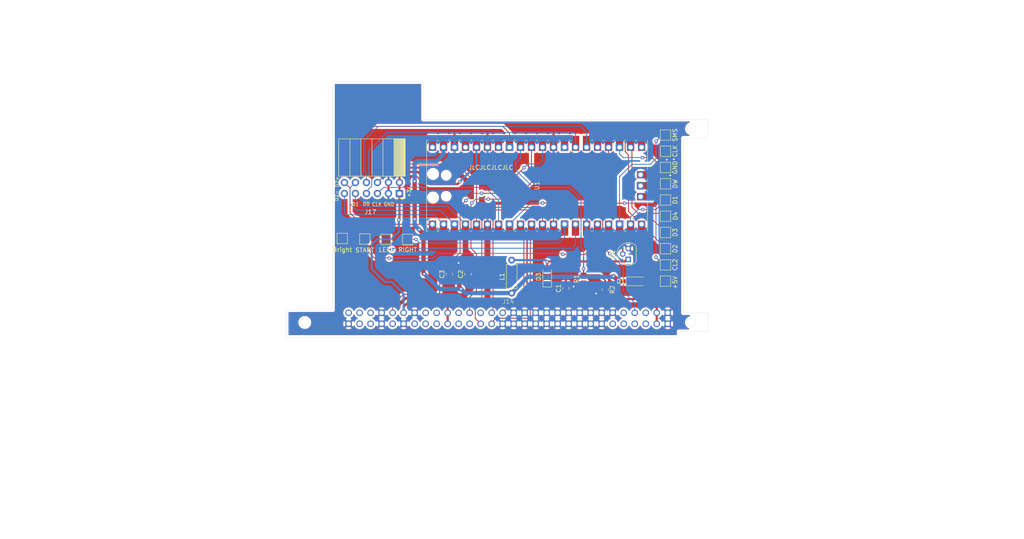
<source format=kicad_pcb>
(kicad_pcb (version 20240108) (generator "pcbnew") (generator_version "8.0")
  (layers (0 "F.Cu" signal "Front_Copper") (31 "B.Cu" signal "Back_Copper") (34 "B.Paste" user "Pasta traseira") (35 "F.Paste" user "Pasta frontal") (36 "B.SilkS" user "Serigrafia traseira") (37 "F.SilkS" user "Serigrafia frontal") (38 "B.Mask" user "Máscara traseira") (39 "F.Mask" user "Máscara frontal") (44 "Edge.Cuts" user "Cortes contorno"))
  (net 0 "")
  (net 1 "Net-(J1-Pin_1)")
  (net 2 "GND")
  (net 3 "HDMI_D2+")
  (net 4 "HDMI_D2-")
  (net 5 "HDMI_D1+")
  (net 6 "HDMI_D1-")
  (net 7 "HDMI_CLK+")
  (net 8 "HDMI_CLK-")
  (net 9 "LCD_D0")
  (net 10 "LCD_D1")
  (net 11 "LCD_D2")
  (net 12 "LCD_D3")
  (net 13 "LED_PIN")
  (net 18 "unconnected-(U1-GND-Pad42)")
  (net 20 "Net-(J2-Pin_1)")
  (net 21 "Net-(J3-Pin_1)")
  (net 22 "Net-(J4-Pin_1)")
  (net 23 "Net-(J5-Pin_1)")
  (net 24 "Net-(J6-Pin_1)")
  (net 25 "Net-(J7-Pin_1)")
  (net 26 "Net-(J8-Pin_1)")
  (net 27 "Net-(J9-Pin_1)")
  (net 28 "HDMI_D0+")
  (net 29 "HDMI_D0-")
  (net 30 "LCD_DEN")
  (net 31 "LCD_CLK")
  (net 32 "LCD_RST")
  (net 39 "+3V3")
  (net 53 "LCD_VSync")
  (net 54 "LCD_HSync")
  (net 55 "+20V")
  (net 56 "+5V")
  (net 57 "LCD_Backlight")
  (net 58 "Net-(J10-Pin_1)")
  (net 59 "Net-(J11-Pin_1)")
  (net 60 "Net-(J12-Pin_1)")
  (net 65 "Net-(D3-A)")
  (net 66 "FDBCK")
  (net 67 "Net-(D1-A)")
  (footprint "MCU_RaspberryPi_and_Boards:RPi_Pico_SMD_TH" (layer "F.Cu") (at 154.25 78.01 90)
    (property "Reference" "U1")
    (property "Value" "ChinaPico")
  )
  (footprint "TestPoint:TestPoint_Pad_2.0x2.0mm" (layer "F.Cu") (at 183.9 73.8)
    (property "Reference" "J16" (hide yes))
    (property "Value" "GND")
  )
  (footprint "Package_TO_SOT_THT:TO-92" (layer "F.Cu") (at 175.3 95.04 90)
    (property "Reference" "Q2")
    (property "Value" "2N2222")
  )
  (footprint "TestPoint:TestPoint_Pad_2.0x2.0mm" (layer "F.Cu") (at 183.9 85.05)
    (property "Reference" "J5" (hide yes))
    (property "Value" "D4")
  )
  (footprint "Diode_SMD:D_SOD-123" (layer "F.Cu") (at 156.6 99.05 90)
    (property "Reference" "D3")
    (property "Value" "D")
  )
  (footprint "GG_LCD:FPC_60_Adapter" (layer "F.Cu") (at 147.59 108.63 180)
    (property "Reference" "J14")
    (property "Value" "Conn_01x60" (hide yes))
  )
  (footprint "TestPoint:TestPoint_Pad_2.0x2.0mm" (layer "F.Cu") (at 183.9 88.8)
    (property "Reference" "J4" (hide yes))
    (property "Value" "D3")
  )
  (footprint "TestPoint:TestPoint_Pad_2.0x2.0mm" (layer "F.Cu") (at 183.9 70.05)
    (property "Reference" "J8" (hide yes))
    (property "Value" "CLK")
  )
  (footprint "Resistor_SMD:R_0805_2012Metric" (layer "F.Cu") (at 170 102.0125 -90)
    (property "Reference" "R2")
    (property "Value" "10k")
  )
  (footprint "Inductor_THT:L_Axial_L5.3mm_D2.2mm_P7.62mm_Horizontal_Vishay_IM-1" (layer "F.Cu") (at 148.4 102.81 90)
    (property "Reference" "L1")
    (property "Value" "470u")
  )
  (footprint "TestPoint:TestPoint_Pad_2.0x2.0mm" (layer "F.Cu") (at 183.9 81.3)
    (property "Reference" "J2" (hide yes))
    (property "Value" "D1")
  )
  (footprint "TestPoint:TestPoint_Pad_2.0x2.0mm" (layer "F.Cu") (at 109.3 90.2)
    (property "Reference" "J1" (hide yes))
    (property "Value" "Bright")
  )
  (footprint "Capacitor_SMD:C_0805_2012Metric" (layer "F.Cu") (at 134 98.45 90)
    (property "Reference" "C3")
    (property "Value" "22u")
  )
  (footprint "TestPoint:TestPoint_Pad_2.0x2.0mm" (layer "F.Cu") (at 119.4 90.4 180)
    (property "Reference" "J10" (hide yes))
    (property "Value" "LEFT")
  )
  (footprint "Capacitor_SMD:C_0805_2012Metric" (layer "F.Cu") (at 160.9 101.7 90)
    (property "Reference" "C1")
    (property "Value" "100n")
  )
  (footprint "TestPoint:TestPoint_Pad_2.0x2.0mm" (layer "F.Cu") (at 183.9 77.55)
    (property "Reference" "J7" (hide yes))
    (property "Value" "DW")
  )
  (footprint "TestPoint:TestPoint_Pad_2.0x2.0mm" (layer "F.Cu") (at 183.9 66.3)
    (property "Reference" "J9" (hide yes))
    (property "Value" "SMS")
  )
  (footprint "TestPoint:TestPoint_Pad_2.0x2.0mm" (layer "F.Cu") (at 114.5 90.3)
    (property "Reference" "J12" (hide yes))
    (property "Value" "START")
  )
  (footprint "Capacitor_SMD:C_0805_2012Metric" (layer "F.Cu") (at 138.3 98.45 90)
    (property "Reference" "C2")
    (property "Value" "100u")
  )
  (footprint "Resistor_SMD:R_0805_2012Metric" (layer "F.Cu") (at 165 99.5125 90)
    (property "Reference" "R1")
    (property "Value" "100k")
  )
  (footprint "TestPoint:TestPoint_Pad_2.0x2.0mm" (layer "F.Cu") (at 183.9 96.3)
    (property "Reference" "J6" (hide yes))
    (property "Value" "CL2")
  )
  (footprint "TestPoint:TestPoint_Pad_2.0x2.0mm" (layer "F.Cu") (at 183.9 100.05)
    (property "Reference" "J15" (hide yes))
    (property "Value" "+5V")
  )
  (footprint "Connector_PinSocket_2.54mm:PinSocket_2x06_P2.54mm_Horizontal" (layer "F.Cu") (at 122.5 79.8 -90)
    (property "Reference" "J17")
    (property "Value" "Conn_02x06_Odd_Even")
  )
  (footprint "TestPoint:TestPoint_Pad_2.0x2.0mm" (layer "F.Cu") (at 124.4 90.4 180)
    (property "Reference" "J11" (hide yes))
    (property "Value" "RIGHT")
  )
  (footprint "Diode_SMD:D_SOD-123" (layer "F.Cu") (at 177.15 100.1)
    (property "Reference" "D1")
    (property "Value" "D_Schottky")
  )
  (footprint "TestPoint:TestPoint_Pad_2.0x2.0mm" (layer "F.Cu") (at 183.9 92.55)
    (property "Reference" "J3" (hide yes))
    (property "Value" "D2")
  )
  (gr_line (start 193.65 111.7) (end 193.65 107.4) (stroke (width 0.05)) (layer "Edge.Cuts"))
  (gr_circle (center 189.9 109.6) (end 190.9 109.6) (stroke (width 0.05)) (fill none) (layer "Edge.Cuts"))
  (gr_line (start 128 54) (end 128 62.7) (stroke (width 0.05)) (layer "Edge.Cuts"))
  (gr_circle (center 100.65 109.6) (end 101.65 109.6) (stroke (width 0.05)) (fill none) (layer "Edge.Cuts"))
  (gr_line (start 107.1 54) (end 128 54) (stroke (width 0.05)) (layer "Edge.Cuts"))
  (gr_line (start 188 107.4) (end 188 67) (stroke (width 0.05)) (layer "Edge.Cuts"))
  (gr_circle (center 189.9 64.85) (end 190.9 64.85) (stroke (width 0.05)) (fill none) (layer "Edge.Cuts"))
  (gr_line (start 187 111.7) (end 193.65 111.7) (stroke (width 0.05)) (layer "Edge.Cuts"))
  (gr_line (start 188 67) (end 193.65 67) (stroke (width 0.05)) (layer "Edge.Cuts"))
  (gr_line (start 193.65 107.4) (end 188 107.4) (stroke (width 0.05)) (layer "Edge.Cuts"))
  (gr_line (start 96.4 106.7) (end 96.4 113) (stroke (width 0.05)) (layer "Edge.Cuts"))
  (gr_line (start 96.4 113) (end 187 113) (stroke (width 0.05)) (layer "Edge.Cuts"))
  (gr_line (start 187 111.7) (end 187 113) (stroke (width 0.05)) (layer "Edge.Cuts"))
  (gr_line (start 128 62.7) (end 193.65 62.7) (stroke (width 0.05)) (layer "Edge.Cuts"))
  (gr_line (start 107.1 106.7) (end 107.1 54) (stroke (width 0.05)) (layer "Edge.Cuts"))
  (gr_line (start 107.1 106.7) (end 96.4 106.7) (stroke (width 0.05)) (layer "Edge.Cuts"))
  (gr_line (start 193.65 67) (end 193.65 62.7) (stroke (width 0.05)) (layer "Edge.Cuts"))
  (gr_text "+3V\n" (at 125.18 80.76 90) (layer "F.SilkS") (effects (font (size 0.8 0.8) (thickness 0.125)) (justify left bottom)))
  (gr_text "D2+" (at 108.58 78.46 90) (layer "F.SilkS") (effects (font (size 0.8 0.8) (thickness 0.125)) (justify left bottom)))
  (gr_text "D0\n" (at 113.98 82.66 0) (layer "F.SilkS") (effects (font (size 0.8 0.8) (thickness 0.125)) (justify left bottom)))
  (gr_text "D1\n" (at 111.48 82.76 0) (layer "F.SilkS") (effects (font (size 0.8 0.8) (thickness 0.125)) (justify left bottom)))
  (gr_text "JLCJLCJLCJLC" (at 143.6 73.8 0) (layer "F.SilkS") (effects (font (size 1 1))))
  (gr_text "GND\n" (at 118.78 82.76 0) (layer "F.SilkS") (effects (font (size 0.8 0.8) (thickness 0.125)) (justify left bottom)))
  (gr_text "D2-" (at 108.48 81.66 90) (layer "F.SilkS") (effects (font (size 0.8 0.8) (thickness 0.125)) (justify left bottom)))
  (gr_text "CLK" (at 116.08 82.76 0) (layer "F.SilkS") (effects (font (size 0.8 0.8) (thickness 0.125)) (justify left bottom)))
  (segment (start 115.6 64.3) (end 146.35 64.3) (width 0.2) (layer "F.Cu") (net 1))
  (segment (start 147.9 65.85) (end 147.9 69.12) (width 0.2) (layer "F.Cu") (net 1))
  (segment (start 109.3 86.2) (end 108 84.9) (width 0.2) (layer "F.Cu") (net 1))
  (segment (start 109.3 90.2) (end 109.3 86.2) (width 0.2) (layer "F.Cu") (net 1))
  (segment (start 146.35 64.3) (end 147.9 65.85) (width 0.2) (layer "F.Cu") (net 1))
  (segment (start 108 71.9) (end 115.6 64.3) (width 0.2) (layer "F.Cu") (net 1))
  (segment (start 108 84.9) (end 108 71.9) (width 0.2) (layer "F.Cu") (net 1))
  (segment (start 136.15 97.5) (end 136.15 95.85) (width 1) (layer "F.Cu") (net 2))
  (segment (start 162.15 100.75) (end 162.7 101.3) (width 0.5) (layer "F.Cu") (net 2))
  (segment (start 183.9 73.8) (end 183.54 73.8) (width 0.5) (layer "F.Cu") (net 2))
  (segment (start 183.9 72.3) (end 184.2 72) (width 0.5) (layer "F.Cu") (net 2))
  (segment (start 183.9 73.8) (end 183.7 73.8) (width 0.5) (layer "F.Cu") (net 2))
  (segment (start 136.15 97.5) (end 138.3 97.5) (width 1) (layer "F.Cu") (net 2))
  (segment (start 134 97.5) (end 136.15 97.5) (width 1) (layer "F.Cu") (net 2))
  (segment (start 183.9 73.8) (end 183.9 74.5) (width 0.5) (layer "F.Cu") (net 2))
  (segment (start 183.9 73.8) (end 183.9 72.3) (width 0.5) (layer "F.Cu") (net 2))
  (segment (start 183.9 73.8) (end 183.5 73.8) (width 0.5) (layer "F.Cu") (net 2))
  (segment (start 170 102.925) (end 167.925 102.925) (width 0.3) (layer "F.Cu") (net 2))
  (segment (start 183.9 73.8) (end 185.8 71.9) (width 0.5) (layer "F.Cu") (net 2))
  (segment (start 160.9 100.75) (end 162.15 100.75) (width 0.5) (layer "F.Cu") (net 2))
  (segment (start 183.9 74.5) (end 185 75.6) (width 0.5) (layer "F.Cu") (net 2))
  (segment (start 167.925 102.925) (end 167.9 102.9) (width 0.3) (layer "F.Cu") (net 2))
  (via (at 185.8 71.9) (size 0.8) (drill 0.4) (layers "F.Cu" "B.Cu") (net 2))
  (via (at 167.9 102.9) (size 0.8) (drill 0.4) (layers "F.Cu" "B.Cu") (net 2))
  (via (at 185 75.6) (size 0.8) (drill 0.4) (layers "F.Cu" "B.Cu") (net 2))
  (via (at 136.15 95.85) (size 0.8) (drill 0.4) (layers "F.Cu" "B.Cu") (net 2))
  (via (at 184.2 72) (size 0.8) (drill 0.4) (layers "F.Cu" "B.Cu") (net 2))
  (via (at 162.7 101.3) (size 0.8) (drill 0.4) (layers "F.Cu" "B.Cu") (net 2))
  (segment (start 113.169888 86.369889) (end 113.2406 86.4406) (width 0.2) (layer "F.Cu") (net 3))
  (segment (start 112.780981 85.980981) (end 112.674914 86.087047) (width 0.2) (layer "F.Cu") (net 3))
  (segment (start 112.78098 85.980981) (end 112.780981 85.980981) (width 0.2) (layer "F.Cu") (net 3))
  (segment (start 111.1 78.56) (end 111.1 84.3) (width 0.2) (layer "F.Cu") (net 3))
  (segment (start 112.674914 86.299179) (end 112.745624 86.369889) (width 0.2) (layer "F.Cu") (net 3))
  (segment (start 112.887046 85.874914) (end 112.78098 85.980981) (width 0.2) (layer "F.Cu") (net 3))
  (segment (start 109.8 77.26) (end 111.1 78.56) (width 0.2) (layer "F.Cu") (net 3))
  (segment (start 113.252462 86.452462) (end 113.7 86.9) (width 0.2) (layer "F.Cu") (net 3))
  (segment (start 113.2406 86.4406) (end 113.252462 86.452462) (width 0.2) (layer "F.Cu") (net 3))
  (segment (start 113.7 86.9) (end 130.12 86.9) (width 0.2) (layer "F.Cu") (net 3))
  (segment (start 111.1 84.3) (end 112.392072 85.592072) (width 0.2) (layer "F.Cu") (net 3))
  (segment (start 112.816336 85.592072) (end 112.887046 85.662782) (width 0.2) (layer "F.Cu") (net 3))
  (arc (start 112.604204 85.592072) (mid 112.71027 85.548138) (end 112.816336 85.592072) (width 0.2) (layer "F.Cu") (net 3))
  (arc (start 112.957756 86.369889) (mid 113.063822 86.325955) (end 113.169888 86.369889) (width 0.2) (layer "F.Cu") (net 3))
  (arc (start 112.887046 85.662782) (mid 112.93098 85.768848) (end 112.887046 85.874914) (width 0.2) (layer "F.Cu") (net 3))
  (arc (start 112.745624 86.369889) (mid 112.85169 86.413823) (end 112.957756 86.369889) (width 0.2) (layer "F.Cu") (net 3))
  (arc (start 112.674914 86.087047) (mid 112.63098 86.193113) (end 112.674914 86.299179) (width 0.2) (layer "F.Cu") (net 3))
  (arc (start 112.392072 85.592072) (mid 112.498138 85.636006) (end 112.604204 85.592072) (width 0.2) (layer "F.Cu") (net 3))
  (segment (start 109.8 79.8) (end 109.8 84.3) (width 0.2) (layer "B.Cu") (net 4))
  (segment (start 110.2 84.7) (end 130.46 84.7) (width 0.2) (layer "B.Cu") (net 4))
  (segment (start 109.8 84.3) (end 110.2 84.7) (width 0.2) (layer "B.Cu") (net 4))
  (segment (start 130.46 84.7) (end 132.66 86.9) (width 0.2) (layer "B.Cu") (net 4))
  (segment (start 112.6 83.7) (end 111.1 82.2) (width 0.2) (layer "B.Cu") (net 5))
  (segment (start 133.7 85.4) (end 132 83.7) (width 0.2) (layer "B.Cu") (net 5))
  (segment (start 135.2 86.9) (end 133.7 85.4) (width 0.2) (layer "B.Cu") (net 5))
  (segment (start 132 83.7) (end 112.6 83.7) (width 0.2) (layer "B.Cu") (net 5))
  (segment (start 111.1 78.5) (end 112.34 77.26) (width 0.2) (layer "B.Cu") (net 5))
  (segment (start 111.1 82.2) (end 111.1 78.5) (width 0.2) (layer "B.Cu") (net 5))
  (segment (start 137.74 86.9) (end 133.64 82.8) (width 0.2) (layer "B.Cu") (net 6))
  (segment (start 114 82.8) (end 112.34 81.14) (width 0.2) (layer "B.Cu") (net 6))
  (segment (start 133.64 82.8) (end 114 82.8) (width 0.2) (layer "B.Cu") (net 6))
  (segment (start 112.34 81.14) (end 112.34 79.8) (width 0.2) (layer "B.Cu") (net 6))
  (segment (start 117.42 77.26) (end 121.68 73) (width 0.2) (layer "F.Cu") (net 7))
  (segment (start 140.28 77.53) (end 140.28 86.9) (width 0.2) (layer "F.Cu") (net 7))
  (segment (start 135.75 73) (end 140.28 77.53) (width 0.2) (layer "F.Cu") (net 7))
  (segment (start 121.68 73) (end 135.75 73) (width 0.2) (layer "F.Cu") (net 7))
  (segment (start 118.81 78.41) (end 122.976346 78.41) (width 0.2) (layer "B.Cu") (net 8))
  (segment (start 128.52594 78.4) (end 142.3 78.4) (width 0.2) (layer "B.Cu") (net 8))
  (segment (start 122.986346 78.4) (end 126.931618 78.4) (width 0.2) (layer "B.Cu") (net 8))
  (segment (start 122.976346 78.41) (end 122.986346 78.4) (width 0.2) (layer "B.Cu") (net 8))
  (segment (start 117.42 79.8) (end 118.81 78.41) (width 0.2) (layer "B.Cu") (net 8))
  (segment (start 127.755553 78.4) (end 127.755553 78.525) (width 0.2) (layer "B.Cu") (net 8))
  (segment (start 126.931618 78.4) (end 127.097693 78.4) (width 0.2) (layer "B.Cu") (net 8))
  (segment (start 145.36 81.46) (end 145.36 86.9) (width 0.2) (layer "B.Cu") (net 8))
  (segment (start 127.097693 78.4) (end 127.230553 78.4) (width 0.2) (layer "B.Cu") (net 8))
  (segment (start 127.480553 78.15) (end 127.630553 78.15) (width 0.2) (layer "B.Cu") (net 8))
  (segment (start 128.430553 78.4) (end 128.52594 78.4) (width 0.2) (layer "B.Cu") (net 8))
  (segment (start 142.3 78.4) (end 145.36 81.46) (width 0.2) (layer "B.Cu") (net 8))
  (segment (start 127.880553 78.65) (end 128.030553 78.65) (width 0.2) (layer "B.Cu") (net 8))
  (segment (start 127.755553 78.275) (end 127.755553 78.4) (width 0.2) (layer "B.Cu") (net 8))
  (segment (start 128.280553 78.4) (end 128.430553 78.4) (width 0.2) (layer "B.Cu") (net 8))
  (arc (start 127.230553 78.4) (mid 127.318941 78.363388) (end 127.355553 78.275) (width 0.2) (layer "B.Cu") (net 8))
  (arc (start 128.155553 78.525) (mid 128.192165 78.436612) (end 128.280553 78.4) (width 0.2) (layer "B.Cu") (net 8))
  (arc (start 128.030553 78.65) (mid 128.118941 78.613388) (end 128.155553 78.525) (width 0.2) (layer "B.Cu") (net 8))
  (arc (start 127.355553 78.275) (mid 127.392165 78.186612) (end 127.480553 78.15) (width 0.2) (layer "B.Cu") (net 8))
  (arc (start 127.630553 78.15) (mid 127.718941 78.186612) (end 127.755553 78.275) (width 0.2) (layer "B.Cu") (net 8))
  (arc (start 127.755553 78.525) (mid 127.792165 78.613388) (end 127.880553 78.65) (width 0.2) (layer "B.Cu") (net 8))
  (segment (start 151.2 87.66) (end 151.2 103.9) (width 0.2) (layer "F.Cu") (net 9))
  (segment (start 150.44 86.9) (end 151.2 87.66) (width 0.2) (layer "F.Cu") (net 9))
  (segment (start 150.4 104.7) (end 148.98 104.7) (width 0.2) (layer "F.Cu") (net 9))
  (segment (start 151.2 103.9) (end 150.4 104.7) (width 0.2) (layer "F.Cu") (net 9))
  (segment (start 148.98 104.7) (end 146.32 107.36) (width 0.2) (layer "F.Cu") (net 9))
  (segment (start 152.7 89.76) (end 152.7 108.1) (width 0.2) (layer "F.Cu") (net 10))
  (segment (start 152.98 86.9) (end 152.98 89.48) (width 0.2) (layer "F.Cu") (net 10))
  (segment (start 143.78 109.62) (end 143.78 109.9) (width 0.2) (layer "F.Cu") (net 10))
  (segment (start 144.8 108.6) (end 143.78 109.62) (width 0.2) (layer "F.Cu") (net 10))
  (segment (start 152.98 89.48) (end 152.7 89.76) (width 0.2) (layer "F.Cu") (net 10))
  (segment (start 152.2 108.6) (end 144.8 108.6) (width 0.2) (layer "F.Cu") (net 10))
  (segment (start 152.7 108.1) (end 152.2 108.6) (width 0.2) (layer "F.Cu") (net 10))
  (segment (start 144.1 107.04) (end 143.78 107.36) (width 0.2) (layer "F.Cu") (net 11))
  (segment (start 144.8 83.6) (end 144.1 84.3) (width 0.2) (layer "F.Cu") (net 11))
  (segment (start 144.1 84.3) (end 144.1 107.04) (width 0.2) (layer "F.Cu") (net 11))
  (segment (start 155.52 84.82) (end 154.3 83.6) (width 0.2) (layer "F.Cu") (net 11))
  (segment (start 154.3 83.6) (end 144.8 83.6) (width 0.2) (layer "F.Cu") (net 11))
  (segment (start 155.52 86.9) (end 155.52 84.82) (width 0.2) (layer "F.Cu") (net 11))
  (segment (start 140 105.9) (end 140 108.66) (width 0.2) (layer "F.Cu") (net 12))
  (segment (start 156.5 83) (end 142.7 83) (width 0.2) (layer "F.Cu") (net 12))
  (segment (start 141.5 84.2) (end 141.5 104.4) (width 0.2) (layer "F.Cu") (net 12))
  (segment (start 142.7 83) (end 141.5 84.2) (width 0.2) (layer "F.Cu") (net 12))
  (segment (start 158.06 86.9) (end 158.06 84.56) (width 0.2) (layer "F.Cu") (net 12))
  (segment (start 141.5 104.4) (end 140 105.9) (width 0.2) (layer "F.Cu") (net 12))
  (segment (start 140 108.66) (end 141.24 109.9) (width 0.2) (layer "F.Cu") (net 12))
  (segment (start 158.06 84.56) (end 156.5 83) (width 0.2) (layer "F.Cu") (net 12))
  (segment (start 158.06 86.66) (end 158.06 86.9) (width 0.2) (layer "B.Cu") (net 12))
  (segment (start 180.3525 77.55) (end 180.1625 77.36) (width 0.2) (layer "F.Cu") (net 18))
  (segment (start 178.65 83.5) (end 181.7 83.5) (width 0.2) (layer "F.Cu") (net 20))
  (segment (start 181.7 83.5) (end 183.9 81.3) (width 0.2) (layer "F.Cu") (net 20))
  (via (at 178.65 83.5) (size 0.8) (drill 0.4) (layers "F.Cu" "B.Cu") (net 20))
  (segment (start 175.84 85.26) (end 175.84 86.9) (width 0.2) (layer "B.Cu") (net 20))
  (segment (start 178.65 83.5) (end 177.6 83.5) (width 0.2) (layer "B.Cu") (net 20))
  (segment (start 177.6 83.5) (end 175.84 85.26) (width 0.2) (layer "B.Cu") (net 20))
  (segment (start 183.9 92.42) (end 183.9 92.55) (width 0.2) (layer "F.Cu") (net 21))
  (segment (start 178.38 86.9) (end 183.9 92.42) (width 0.2) (layer "F.Cu") (net 21))
  (segment (start 183.9 92.55) (end 183.9 92.36) (width 0.2) (layer "F.Cu") (net 21))
  (segment (start 174.6 70.13) (end 174.6 65.8) (width 0.2) (layer "F.Cu") (net 22))
  (segment (start 178.1 64.9) (end 178.4 65.2) (width 0.2) (layer "F.Cu") (net 22))
  (segment (start 176.5 85.1) (end 175.35 83.95) (width 0.2) (layer "F.Cu") (net 22))
  (segment (start 183.9 88.8) (end 180.2 85.1) (width 0.2) (layer "F.Cu") (net 22))
  (segment (start 175.35 70.88) (end 174.6 70.13) (width 0.2) (layer "F.Cu") (net 22))
  (segment (start 175.5 64.9) (end 178.1 64.9) (width 0.2) (layer "F.Cu") (net 22))
  (segment (start 178.4 65.2) (end 178.38 65.22) (width 0.2) (layer "F.Cu") (net 22))
  (segment (start 178.38 65.22) (end 178.38 69.12) (width 0.2) (layer "F.Cu") (net 22))
  (segment (start 180.2 85.1) (end 176.5 85.1) (width 0.2) (layer "F.Cu") (net 22))
  (segment (start 175.35 83.95) (end 175.35 70.88) (width 0.2) (layer "F.Cu") (net 22))
  (segment (start 174.6 65.8) (end 175.5 64.9) (width 0.2) (layer "F.Cu") (net 22))
  (segment (start 176.15 82.95) (end 176.15 69.43) (width 0.2) (layer "F.Cu") (net 23))
  (segment (start 176.15 69.43) (end 175.84 69.12) (width 0.2) (layer "F.Cu") (net 23))
  (segment (start 183.25 84.4) (end 177.6 84.4) (width 0.2) (layer "F.Cu") (net 23))
  (segment (start 177.6 84.4) (end 176.15 82.95) (width 0.2) (layer "F.Cu") (net 23))
  (segment (start 183.9 85.05) (end 183.25 84.4) (width 0.2) (layer "F.Cu") (net 23))
  (segment (start 174.45 82.05) (end 172.3 82.05) (width 0.2) (layer "F.Cu") (net 24))
  (segment (start 183.9 96.3) (end 183.45 96.3) (width 0.2) (layer "F.Cu") (net 24))
  (segment (start 183.45 96.3) (end 181.7 94.55) (width 0.2) (layer "F.Cu") (net 24))
  (segment (start 170.76 80.51) (end 170.76 69.12) (width 0.2) (layer "F.Cu") (net 24))
  (segment (start 172.3 82.05) (end 170.76 80.51) (width 0.2) (layer "F.Cu") (net 24))
  (via (at 181.7 94.55) (size 0.8) (drill 0.4) (layers "F.Cu" "B.Cu") (net 24))
  (via (at 174.45 82.05) (size 0.8) (drill 0.4) (layers "F.Cu" "B.Cu") (net 24))
  (segment (start 181.1 82.05) (end 174.45 82.05) (width 0.2) (layer "B.Cu") (net 24))
  (segment (start 181.7 94.55) (end 181.7 82.65) (width 0.2) (layer "B.Cu") (net 24))
  (segment (start 181.7 82.65) (end 181.1 82.05) (width 0.2) (layer "B.Cu") (net 24))
  (segment (start 181.7 73.6) (end 181.7 72.4) (width 0.2) (layer "F.Cu") (net 25))
  (segment (start 181.7 76.8) (end 182.45 77.55) (width 0.2) (layer "F.Cu") (net 25))
  (segment (start 182.45 77.55) (end 183.9 77.55) (width 0.2) (layer "F.Cu") (net 25))
  (segment (start 180.8 71.5) (end 178.6 71.5) (width 0.2) (layer "F.Cu") (net 25))
  (segment (start 181.7 72.4) (end 181.1 71.8) (width 0.2) (layer "F.Cu") (net 25))
  (segment (start 181.1 71.8) (end 180.8 71.5) (width 0.2) (layer "F.Cu") (net 25))
  (segment (start 181.7 73.6) (end 181.7 76.8) (width 0.2) (layer "F.Cu") (net 25))
  (via (at 178.6 71.5) (size 0.8) (drill 0.4) (layers "F.Cu" "B.Cu") (net 25))
  (segment (start 174.15 71.5) (end 173.3 70.65) (width 0.2) (layer "B.Cu") (net 25))
  (segment (start 173.3 70.65) (end 173.3 69.12) (width 0.2) (layer "B.Cu") (net 25))
  (segment (start 178.6 71.5) (end 174.15 71.5) (width 0.2) (layer "B.Cu") (net 25))
  (segment (start 186.9 69.2) (end 186.05 70.05) (width 0.2) (layer "F.Cu") (net 26))
  (segment (start 168.5 69.4) (end 168.22 69.12) (width 0.2) (layer "F.Cu") (net 26))
  (segment (start 186.4 64.1) (end 186.9 64.6) (width 0.2) (layer "F.Cu") (net 26))
  (segment (start 170.2 64.1) (end 186.4 64.1) (width 0.2) (layer "F.Cu") (net 26))
  (segment (start 186.9 64.6) (end 186.9 69.2) (width 0.2) (layer "F.Cu") (net 26))
  (segment (start 168.22 69.12) (end 168.22 66.08) (width 0.2) (layer "F.Cu") (net 26))
  (segment (start 168.22 66.08) (end 170.2 64.1) (width 0.2) (layer "F.Cu") (net 26))
  (segment (start 186.05 70.05) (end 183.9 70.05) (width 0.2) (layer "F.Cu") (net 26))
  (segment (start 181.75 67.7) (end 183.15 66.3) (width 0.2) (layer "F.Cu") (net 27))
  (segment (start 183.15 66.3) (end 183.9 66.3) (width 0.2) (layer "F.Cu") (net 27))
  (via (at 181.75 67.7) (size 0.8) (drill 0.4) (layers "F.Cu" "B.Cu") (net 27))
  (segment (start 173.3 75.9) (end 173.3 86.9) (width 0.2) (layer "B.Cu") (net 27))
  (segment (start 181.75 67.7) (end 181.7 67.75) (width 0.2) (layer "B.Cu") (net 27))
  (segment (start 181.7 71.75) (end 180.4 73.05) (width 0.2) (layer "B.Cu") (net 27))
  (segment (start 176.15 73.05) (end 173.3 75.9) (width 0.2) (layer "B.Cu") (net 27))
  (segment (start 181.7 67.75) (end 181.7 71.75) (width 0.2) (layer "B.Cu") (net 27))
  (segment (start 180.4 73.05) (end 176.15 73.05) (width 0.2) (layer "B.Cu") (net 27))
  (segment (start 164.35 64.3) (end 117.6 64.3) (width 0.2) (layer "B.Cu") (net 28))
  (segment (start 165.68 65.63) (end 164.35 64.3) (width 0.2) (layer "B.Cu") (net 28))
  (segment (start 114.3 67.6) (end 114.3 74.7) (width 0.2) (layer "B.Cu") (net 28))
  (segment (start 114.3 74.7) (end 114.88 75.28) (width 0.2) (layer "B.Cu") (net 28))
  (segment (start 117.6 64.3) (end 114.3 67.6) (width 0.2) (layer "B.Cu") (net 28))
  (segment (start 114.88 75.28) (end 114.88 77.26) (width 0.2) (layer "B.Cu") (net 28))
  (segment (start 165.68 69.12) (end 165.68 65.63) (width 0.2) (layer "B.Cu") (net 28))
  (segment (start 119.6 65.7) (end 115.4 69.9) (width 0.2) (layer "B.Cu") (net 29))
  (segment (start 116.1 76.2) (end 116.1 78.1) (width 0.2) (layer "B.Cu") (net 29))
  (segment (start 163.14 66.14) (end 162.7 65.7) (width 0.2) (layer "B.Cu") (net 29))
  (segment (start 114.88 79.32) (end 114.88 79.8) (width 0.2) (layer "B.Cu") (net 29))
  (segment (start 162.7 65.7) (end 119.6 65.7) (width 0.2) (layer "B.Cu") (net 29))
  (segment (start 116.1 78.1) (end 114.88 79.32) (width 0.2) (layer "B.Cu") (net 29))
  (segment (start 115.4 69.9) (end 115.4 75.5) (width 0.2) (layer "B.Cu") (net 29))
  (segment (start 163.14 69.12) (end 163.14 66.14) (width 0.2) (layer "B.Cu") (net 29))
  (segment (start 115.4 75.5) (end 116.1 76.2) (width 0.2) (layer "B.Cu") (net 29))
  (segment (start 148.7 76.4) (end 151.25 73.85) (width 0.2) (layer "F.Cu") (net 30))
  (segment (start 120.92 105.58) (end 120.92 107.36) (width 0.2) (layer "F.Cu") (net 30))
  (segment (start 132.25 95.25) (end 131.8 95.7) (width 0.2) (layer "F.Cu") (net 30))
  (segment (start 136.5 93.45) (end 134.7 95.25) (width 0.2) (layer "F.Cu") (net 30))
  (segment (start 137.85 81.4) (end 136.5 82.75) (width 0.2) (layer "F.Cu") (net 30))
  (segment (start 131.8 95.7) (end 131.8 102.65) (width 0.2) (layer "F.Cu") (net 30))
  (segment (start 141.45 79.75) (end 145.35 79.75) (width 0.2) (layer "F.Cu") (net 30))
  (segment (start 131.8 102.65) (end 131.35 103.1) (width 0.2) (layer "F.Cu") (net 30))
  (segment (start 123.4 103.1) (end 120.92 105.58) (width 0.2) (layer "F.Cu") (net 30))
  (segment (start 131.35 103.1) (end 123.4 103.1) (width 0.2) (layer "F.Cu") (net 30))
  (segment (start 145.35 79.75) (end 148.7 76.4) (width 0.2) (layer "F.Cu") (net 30))
  (segment (start 134.7 95.25) (end 132.25 95.25) (width 0.2) (layer "F.Cu") (net 30))
  (segment (start 136.5 82.75) (end 136.5 93.45) (width 0.2) (layer "F.Cu") (net 30))
  (via (at 137.85 81.4) (size 0.8) (drill 0.4) (layers "F.Cu" "B.Cu") (net 30))
  (via (at 141.45 79.75) (size 0.8) (drill 0.4) (layers "F.Cu" "B.Cu") (net 30))
  (via (at 151.25 73.85) (size 0.8) (drill 0.4) (layers "F.Cu" "B.Cu") (net 30))
  (segment (start 155.52 72.28) (end 155.52 69.12) (width 0.2) (layer "B.Cu") (net 30))
  (segment (start 139.5 79.75) (end 141.45 79.75) (width 0.2) (layer "B.Cu") (net 30))
  (segment (start 152.15 72.95) (end 154.85 72.95) (width 0.2) (layer "B.Cu") (net 30))
  (segment (start 151.25 73.85) (end 152.15 72.95) (width 0.2) (layer "B.Cu") (net 30))
  (segment (start 154.85 72.95) (end 155.52 72.28) (width 0.2) (layer "B.Cu") (net 30))
  (segment (start 137.85 81.4) (end 139.5 79.75) (width 0.2) (layer "B.Cu") (net 30))
  (segment (start 139.85 102.65) (end 140.25 102.25) (width 0.2) (layer "F.Cu") (net 31))
  (segment (start 138.7 103.8) (end 139.85 102.65) (width 0.2) (layer "F.Cu") (net 31))
  (segment (start 143 81.1) (end 149.1 81.1) (width 0.2) (layer "F.Cu") (net 31))
  (segment (start 152.98 77.22) (end 152.98 69.12) (width 0.2) (layer "F.Cu") (net 31))
  (segment (start 140.25 93.7) (end 139.85 93.3) (width 0.2) (layer "F.Cu") (net 31))
  (segment (start 140.25 102.25) (end 140.25 98.9) (width 0.2) (layer "F.Cu") (net 31))
  (segment (start 149.1 81.1) (end 152.98 77.22) (width 0.2) (layer "F.Cu") (net 31))
  (segment (start 139.85 93.3) (end 139 92.45) (width 0.2) (layer "F.Cu") (net 31))
  (segment (start 138.7 107.36) (end 138.7 103.8) (width 0.2) (layer "F.Cu") (net 31))
  (segment (start 139 90) (end 139 82.2) (width 0.2) (layer "F.Cu") (net 31))
  (segment (start 140.25 98.9) (end 140.25 93.7) (width 0.2) (layer "F.Cu") (net 31))
  (segment (start 139 92.45) (end 139 90) (width 0.2) (layer "F.Cu") (net 31))
  (segment (start 139 82.2) (end 139.2 82) (width 0.2) (layer "F.Cu") (net 31))
  (via (at 139.2 82) (size 0.8) (drill 0.4) (layers "F.Cu" "B.Cu") (net 31))
  (via (at 143 81.1) (size 0.8) (drill 0.4) (layers "F.Cu" "B.Cu") (net 31))
  (segment (start 140.1 81.1) (end 143 81.1) (width 0.2) (layer "B.Cu") (net 31))
  (segment (start 139.2 82) (end 140.1 81.1) (width 0.2) (layer "B.Cu") (net 31))
  (segment (start 169.4 92.05) (end 171.05 93.7) (width 0.2) (layer "F.Cu") (net 32))
  (segment (start 169.4 83.5) (end 169.4 92.05) (width 0.2) (layer "F.Cu") (net 32))
  (segment (start 167.9 82) (end 169.4 83.5) (width 0.2) (layer "F.Cu") (net 32))
  (segment (start 155.55 82) (end 167.9 82) (width 0.2) (layer "F.Cu") (net 32))
  (via (at 155.55 82) (size 0.8) (drill 0.4) (layers "F.Cu" "B.Cu") (net 32))
  (via (at 171.05 93.7) (size 0.8) (drill 0.4) (layers "F.Cu" "B.Cu") (net 32))
  (segment (start 147.9 86.9) (end 152.8 82) (width 0.2) (layer "B.Cu") (net 32))
  (segment (start 152.8 82) (end 155.55 82) (width 0.2) (layer "B.Cu") (net 32))
  (segment (start 174.15 102.45) (end 176.8 105.1) (width 0.2) (layer "B.Cu") (net 32))
  (segment (start 176.8 105.1) (end 176.8 107.36) (width 0.2) (layer "B.Cu") (net 32))
  (segment (start 174.15 96.8) (end 174.15 102.45) (width 0.2) (layer "B.Cu") (net 32))
  (segment (start 171.05 93.7) (end 174.15 96.8) (width 0.2) (layer "B.Cu") (net 32))
  (segment (start 122.5 85.75) (end 122.35 85.9) (width 0.5) (layer "F.Cu") (net 39))
  (segment (start 122.5 79.8) (end 122.5 85.75) (width 0.5) (layer "F.Cu") (net 39))
  (segment (start 123.55 74.8) (end 126.7 74.8) (width 0.5) (layer "F.Cu") (net 39))
  (segment (start 124.6 104.85) (end 123.46 105.99) (width 0.5) (layer "F.Cu") (net 39))
  (segment (start 129.55 77.65) (end 135.85 77.65) (width 0.5) (layer "F.Cu") (net 39))
  (segment (start 135.85 77.65) (end 136.4 77.1) (width 0.5) (layer "F.Cu") (net 39))
  (segment (start 122.5 75.85) (end 123.55 74.8) (width 0.5) (layer "F.Cu") (net 39))
  (segment (start 126.7 74.8) (end 129.55 77.65) (width 0.5) (layer "F.Cu") (net 39))
  (segment (start 133.62 105.87) (end 132.6 104.85) (width 0.5) (layer "F.Cu") (net 39))
  (segment (start 133.62 107.36) (end 133.62 105.87) (width 0.5) (layer "F.Cu") (net 39))
  (segment (start 123.46 105.99) (end 123.46 107.36) (width 0.5) (layer "F.Cu") (net 39))
  (segment (start 132.6 104.85) (end 124.6 104.85) (width 0.5) (layer "F.Cu") (net 39))
  (segment (start 122.5 77.26) (end 122.5 79.8) (width 0.5) (layer "F.Cu") (net 39))
  (segment (start 133.62 109.9) (end 133.62 107.36) (width 0.5) (layer "F.Cu") (net 39))
  (segment (start 122.5 77.26) (end 122.5 75.85) (width 0.5) (layer "F.Cu") (net 39))
  (via (at 122.35 85.9) (size 0.8) (drill 0.4) (layers "F.Cu" "B.Cu") (net 39))
  (via (at 136.4 77.1) (size 0.8) (drill 0.4) (layers "F.Cu" "B.Cu") (net 39))
  (segment (start 120.55 90.4) (end 117.3 90.4) (width 0.5) (layer "B.Cu") (net 39))
  (segment (start 119.1 100.25) (end 120.7 100.25) (width 0.5) (layer "B.Cu") (net 39))
  (segment (start 122.35 85.9) (end 122.35 88.6) (width 0.5) (layer "B.Cu") (net 39))
  (segment (start 123.46 103.01) (end 123.46 107.36) (width 0.5) (layer "B.Cu") (net 39))
  (segment (start 122.35 88.6) (end 120.55 90.4) (width 0.5) (layer "B.Cu") (net 39))
  (segment (start 116.1 91.6) (end 116.1 97.25) (width 0.5) (layer "B.Cu") (net 39))
  (segment (start 117.3 90.4) (end 116.1 91.6) (width 0.5) (layer "B.Cu") (net 39))
  (segment (start 120.7 100.25) (end 123.46 103.01) (width 0.5) (layer "B.Cu") (net 39))
  (segment (start 136.4 77.1) (end 140.28 73.22) (width 0.5) (layer "B.Cu") (net 39))
  (segment (start 140.28 73.22) (end 140.28 69.12) (width 0.5) (layer "B.Cu") (net 39))
  (segment (start 116.1 97.25) (end 119.1 100.25) (width 0.5) (layer "B.Cu") (net 39))
  (segment (start 181.88 107.36) (end 181.88 109.9) (width 0.5) (layer "F.Cu") (net 55))
  (segment (start 165 101.6) (end 165 100.425) (width 0.5) (layer "F.Cu") (net 55))
  (segment (start 165.35 102.65) (end 166.9 104.2) (width 0.5) (layer "F.Cu") (net 55))
  (segment (start 163.95 102.65) (end 165 101.6) (width 0.5) (layer "F.Cu") (net 55))
  (segment (start 163.95 102.65) (end 165.35 102.65) (width 0.5) (layer "F.Cu") (net 55))
  (segment (start 166.9 104.2) (end 179.8 104.2) (width 0.5) (layer "F.Cu") (net 55))
  (segment (start 179.8 104.2) (end 181.88 106.28) (width 0.5) (layer "F.Cu") (net 55))
  (segment (start 156.6 102.4) (end 156.6 100.7) (width 0.5) (layer "F.Cu") (net 55))
  (segment (start 156.6 102.4) (end 156.85 102.65) (width 0.5) (layer "F.Cu") (net 55))
  (segment (start 181.88 106.28) (end 181.88 107.36) (width 0.5) (layer "F.Cu") (net 55))
  (segment (start 156.85 102.65) (end 160.9 102.65) (width 0.5) (layer "F.Cu") (net 55))
  (segment (start 160.9 102.65) (end 163.95 102.65) (width 0.5) (layer "F.Cu") (net 55))
  (segment (start 128.05 98.25) (end 128.2 98.4) (width 1) (layer "F.Cu") (net 56))
  (segment (start 128.05 93.25) (end 128.05 98.25) (width 1) (layer "F.Cu") (net 56))
  (segment (start 134 99.4) (end 136.3 99.4) (width 1) (layer "F.Cu") (net 56))
  (segment (start 136.3 99.4) (end 136.3 101.45) (width 1) (layer "F.Cu") (net 56))
  (segment (start 175.5 100.1) (end 173.1 100.1) (width 1) (layer "F.Cu") (net 56))
  (segment (start 128.05 89.15) (end 128.05 93.25) (width 1) (layer "F.Cu") (net 56))
  (segment (start 173.1 100.1) (end 171.9 98.9) (width 1) (layer "F.Cu") (net 56))
  (segment (start 127.05 88.15) (end 128.05 89.15) (width 1) (layer "F.Cu") (net 56))
  (segment (start 136.3 101.45) (end 136.7 101.85) (width 1) (layer "F.Cu") (net 56))
  (segment (start 136.3 99.4) (end 138.3 99.4) (width 1) (layer "F.Cu") (net 56))
  (segment (start 126 76.95) (end 126 85.75) (width 1) (layer "F.Cu") (net 56))
  (via (at 136.7 101.85) (size 0.8) (drill 0.4) (layers "F.Cu" "B.Cu") (net 56))
  (via (at 127.05 88.15) (size 0.8) (drill 0.4) (layers "F.Cu" "B.Cu") (net 56))
  (via (at 171.9 98.9) (size 0.8) (drill 0.4) (layers "F.Cu" "B.Cu") (net 56))
  (via (at 126 76.95) (size 0.8) (drill 0.4) (layers "F.Cu" "B.Cu") (net 56))
  (via (at 126 85.75) (size 0.8) (drill 0.4) (layers "F.Cu" "B.Cu") (net 56))
  (via (at 128.2 98.4) (size 0.8) (drill 0.4) (layers "F.Cu" "B.Cu") (net 56))
  (segment (start 171.75 99.05) (end 171.9 98.9) (width 1) (layer "B.Cu") (net 56))
  (segment (start 131.7 101.85) (end 136.7 101.85) (width 1) (layer "B.Cu") (net 56))
  (segment (start 136.7 101.85) (end 137.66 102.81) (width 1) (layer "B.Cu") (net 56))
  (segment (start 126 72.8) (end 126.5 72.3) (width 1) (layer "B.Cu") (net 56))
  (segment (start 126 76.95) (end 126 72.8) (width 1) (layer "B.Cu") (net 56))
  (segment (start 126.5 72.3) (end 131.1 72.3) (width 1) (layer "B.Cu") (net 56))
  (segment (start 132.66 70.74) (end 132.66 69.12) (width 1) (layer "B.Cu") (net 56))
  (segment (start 126 85.75) (end 126 87.1) (width 1) (layer "B.Cu") (net 56))
  (segment (start 152.16 99.05) (end 171.75 99.05) (width 1) (layer "B.Cu") (net 56))
  (segment (start 128.3 98.45) (end 131.7 101.85) (width 1) (layer "B.Cu") (net 56))
  (segment (start 126 87.1) (end 127.05 88.15) (width 1) (layer "B.Cu") (net 56))
  (segment (start 148.4 102.81) (end 152.16 99.05) (width 1) (layer "B.Cu") (net 56))
  (segment (start 137.66 102.81) (end 148.4 102.81) (width 1) (layer "B.Cu") (net 56))
  (segment (start 131.1 72.3) (end 132.66 70.74) (width 1) (layer "B.Cu") (net 56))
  (segment (start 174.03 92.23) (end 174.03 93.77) (width 0.3) (layer "F.Cu") (net 57))
  (segment (start 170.76 86.9) (end 170.76 88.96) (width 0.3) (layer "F.Cu") (net 57))
  (segment (start 170.76 88.96) (end 174.03 92.23) (width 0.3) (layer "F.Cu") (net 57))
  (segment (start 119.4 92.25) (end 119.4 90.4) (width 0.2) (layer "F.Cu") (net 58))
  (segment (start 119.9 92.75) (end 119.4 92.25) (width 0.2) (layer "F.Cu") (net 58))
  (segment (start 120.75 92.75) (end 119.9 92.75) (width 0.2) (layer "F.Cu") (net 58))
  (via (at 120.75 92.75) (size 0.8) (drill 0.4) (layers "F.Cu" "B.Cu") (net 58))
  (segment (start 163.15 91.6) (end 163.15 86.91) (width 0.2) (layer "B.Cu") (net 58))
  (segment (start 162.3 92.45) (end 163.15 91.6) (width 0.2) (layer "B.Cu") (net 58))
  (segment (start 121.05 92.45) (end 162.3 92.45) (width 0.2) (layer "B.Cu") (net 58))
  (segment (start 163.15 86.91) (end 163.14 86.9) (width 0.2) (layer "B.Cu") (net 58))
  (segment (start 120.75 92.75) (end 121.05 92.45) (width 0.2) (layer "B.Cu") (net 58))
  (segment (start 126.3 90.4) (end 124.4 90.4) (width 0.2) (layer "F.Cu") (net 59))
  (via (at 126.3 90.4) (size 0.8) (drill 0.4) (layers "F.Cu" "B.Cu") (net 59))
  (segment (start 159.3 91.25) (end 160.6 89.95) (width 0.2) (layer "B.Cu") (net 59))
  (segment (start 127.15 91.25) (end 159.3 91.25) (width 0.2) (layer "B.Cu") (net 59))
  (segment (start 160.6 89.95) (end 160.6 86.9) (width 0.2) (layer "B.Cu") (net 59))
  (segment (start 126.3 90.4) (end 127.15 91.25) (width 0.2) (layer "B.Cu") (net 59))
  (segment (start 114.5 92.5) (end 116.7 94.7) (width 0.2) (layer "F.Cu") (net 60))
  (segment (start 165.3 93.9) (end 168.22 90.98) (width 0.2) (layer "F.Cu") (net 60))
  (segment (start 114.5 90.3) (end 114.5 92.5) (width 0.2) (layer "F.Cu") (net 60))
  (segment (start 160.2 93.85) (end 160.25 93.9) (width 0.2) (layer "F.Cu") (net 60))
  (segment (start 160.25 93.9) (end 165.3 93.9) (width 0.2) (layer "F.Cu") (net 60))
  (segment (start 120.1 94.7) (end 120.15 94.75) (width 0.2) (layer "F.Cu") (net 60))
  (segment (start 116.7 94.7) (end 120.1 94.7) (width 0.2) (layer "F.Cu") (net 60))
  (segment (start 168.22 90.98) (end 168.22 86.9) (width 0.2) (layer "F.Cu") (net 60))
  (via (at 120.15 94.75) (size 0.8) (drill 0.4) (layers "F.Cu" "B.Cu") (net 60))
  (via (at 160.2 93.85) (size 0.8) (drill 0.4) (layers "F.Cu" "B.Cu") (net 60))
  (segment (start 130.35 94.75) (end 131.45 93.65) (width 0.2) (layer "B.Cu") (net 60))
  (segment (start 160 93.65) (end 160.2 93.85) (width 0.2) (layer "B.Cu") (net 60))
  (segment (start 120.15 94.75) (end 130.35 94.75) (width 0.2) (layer "B.Cu") (net 60))
  (segment (start 131.45 93.65) (end 160 93.65) (width 0.2) (layer "B.Cu") (net 60))
  (segment (start 174.5 95.5) (end 156.69 95.5) (width 0.5) (layer "F.Cu") (net 65))
  (segment (start 156.6 95.59) (end 156.6 97.4) (width 0.5) (layer "F.Cu") (net 65))
  (segment (start 175.3 95.04) (end 174.96 95.04) (width 0.5) (layer "F.Cu") (net 65))
  (segment (start 156.69 95.5) (end 156.6 95.59) (width 0.5) (layer "F.Cu") (net 65))
  (segment (start 174.96 95.04) (end 174.5 95.5) (width 0.5) (layer "F.Cu") (net 65))
  (via (at 156.6 95.59) (size 0.8) (drill 0.4) (layers "F.Cu" "B.Cu") (net 65))
  (segment (start 156.2 95.19) (end 156.6 95.59) (width 0.5) (layer "B.Cu") (net 65))
  (segment (start 148.4 95.19) (end 156.2 95.19) (width 0.5) (layer "B.Cu") (net 65))
  (segment (start 170 101.1) (end 170 99.9) (width 0.3) (layer "F.Cu") (net 66))
  (segment (start 170 99.9) (end 168.7 98.6) (width 0.3) (layer "F.Cu") (net 66))
  (segment (start 165 98.6) (end 165 97.15) (width 0.3) (layer "F.Cu") (net 66))
  (segment (start 168.7 98.6) (end 165 98.6) (width 0.3) (layer "F.Cu") (net 66))
  (via (at 165 97.15) (size 0.8) (drill 0.4) (layers "F.Cu" "B.Cu") (net 66))
  (segment (start 153.35 78.4) (end 161.75 78.4) (width 0.2) (layer "B.Cu") (net 66))
  (segment (start 151.1 69.36) (end 151.16 69.42) (width 0.2) (layer "B.Cu") (net 66))
  (segment (start 150.44 71.71) (end 149.3 72.85) (width 0.2) (layer "B.Cu") (net 66))
  (segment (start 165 94.45) (end 165 97.15) (width 0.3) (layer "B.Cu") (net 66))
  (segment (start 149.3 74.35) (end 153.35 78.4) (width 0.2) (layer "B.Cu") (net 66))
  (segment (start 161.75 78.4) (end 164.4 81.05) (width 0.2) (layer "B.Cu") (net 66))
  (segment (start 164.4 92.35) (end 165 92.95) (width 0.2) (layer "B.Cu") (net 66))
  (segment (start 149.3 72.85) (end 149.3 74.35) (width 0.2) (layer "B.Cu") (net 66))
  (segment (start 165 92.95) (end 165 94.45) (width 0.2) (layer "B.Cu") (net 66))
  (segment (start 150.44 69.12) (end 150.44 71.71) (width 0.2) (layer "B.Cu") (net 66))
  (segment (start 164.4 81.05) (end 164.4 92.35) (width 0.2) (layer "B.Cu") (net 66))
  (segment (start 178.8 100.1) (end 183.85 100.1) (width 1) (layer "F.Cu") (net 67))
  (segment (start 183.85 100.1) (end 183.9 100.05) (width 1) (layer "F.Cu") (net 67))
  (zone (net 2) (net_name "GND") (layer "F.Cu") (priority 1) (connect_pads (clearance 0.5)) (min_thickness 0.25) (fill yes (thermal_gap 0.5) (thermal_bridge_width 0.5))
    (polygon (pts (xy 92.55 48.8) (xy 201.8 52.15) (xy 218.7 135.05) (xy 72.85 126.85) (xy 92.45 48.85)))
  )
  (zone (net 2) (net_name "GND") (layer "B.Cu") (connect_pads (clearance 0.5)) (min_thickness 0.25) (fill yes (thermal_gap 0.5) (thermal_bridge_width 0.5))
    (polygon (pts (xy 102.25 35.1) (xy 243.95 37.45) (xy 266.65 150.95) (xy 117.3 159.65) (xy 32.2 150.95) (xy 30.3 43.8) (xy 102.4 35.15)))
  )
)
</source>
